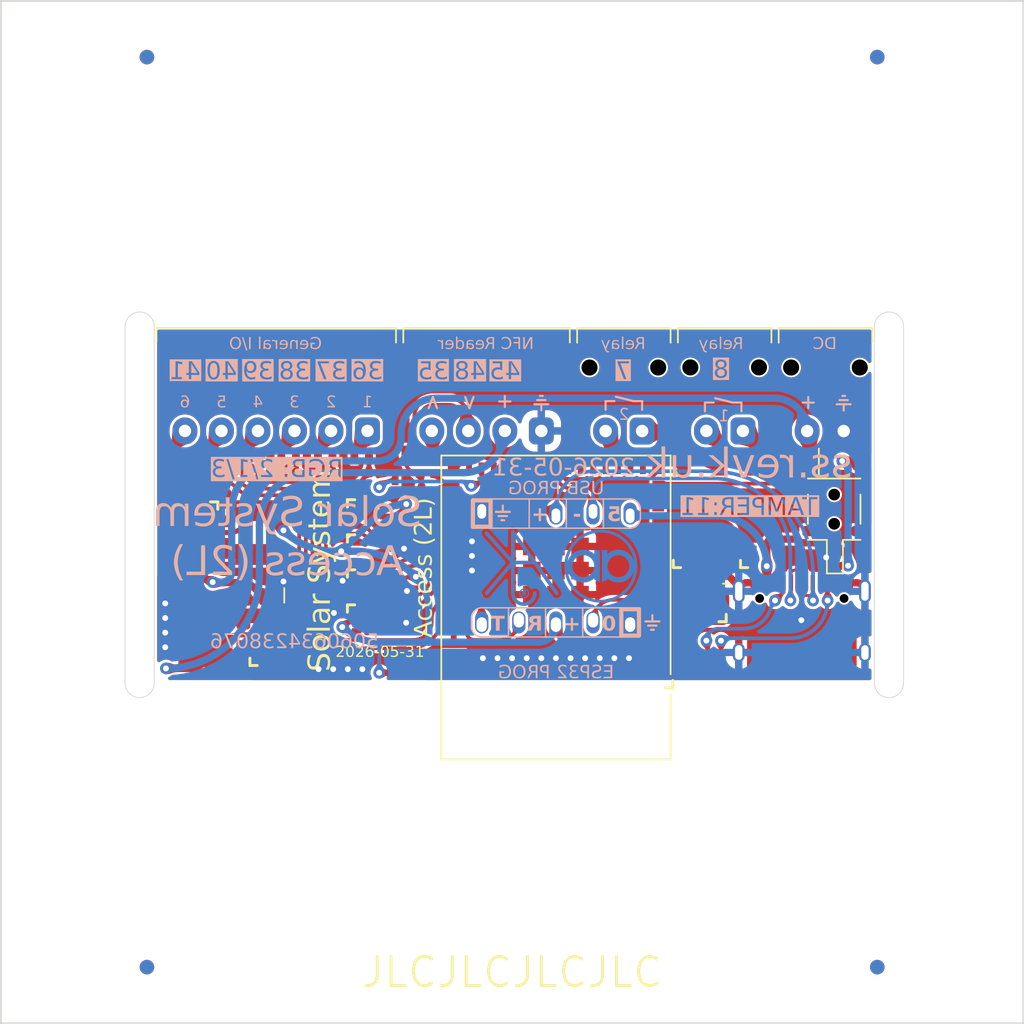
<source format=kicad_pcb>
(kicad_pcb (version 20221018) (generator pcbnew)
  (title_block (title "Access Control") (rev "3") (company "Adrian Kennard Andrews & Arnold Ltd") (comment 1 "toot.me.uk/@RevK") (comment 2 "www.me.uk"))
  (layers (0 "F.Cu" signal) (31 "B.Cu" signal) (34 "B.Paste" user) (35 "F.Paste" user) (36 "B.SilkS" user "B.Silkscreen") (37 "F.SilkS" user "F.Silkscreen") (38 "B.Mask" user) (39 "F.Mask" user) (44 "Edge.Cuts" user))
  (net 0 "")
  (net 1 "+3.3V")
  (net 2 "VBUS")
  (net 3 "GND")
  (net 4 "RFTX")
  (net 5 "RFRX")
  (net 6 "+5V")
  (net 7 "D-")
  (net 8 "D+")
  (net 9 "Net-(Q2-G)")
  (net 10 "SHDN")
  (net 11 "Net-(D6-RK)")
  (net 12 "IO1")
  (net 13 "IO2")
  (net 14 "+12V")
  (net 15 "Net-(D6-GK)")
  (net 16 "Net-(D6-BK)")
  (net 17 "Net-(J1-CC1)")
  (net 19 "Net-(J1-CC2)")
  (net 20 "TAMPER")
  (net 21 "IO3")
  (net 22 "IO4")
  (net 23 "IO5")
  (net 25 "Net-(J2-Pin_3)")
  (net 26 "Net-(J2-Pin_4)")
  (net 27 "Net-(J3-Pin_1)")
  (net 28 "Net-(J3-Pin_2)")
  (net 29 "Net-(J3-Pin_3)")
  (net 30 "Net-(J3-Pin_4)")
  (net 31 "Net-(J3-Pin_5)")
  (net 32 "Net-(J3-Pin_6)")
  (net 33 "Net-(J6-Pin_2)")
  (net 34 "Net-(J7-Pin_2)")
  (net 35 "R")
  (net 36 "G")
  (net 37 "B")
  (net 38 "Net-(U10-EN)")
  (net 39 "Net-(J8-0)")
  (net 40 "Net-(J8-Rx)")
  (net 41 "Net-(R16-Pad1)")
  (net 42 "Net-(J8-Tx)")
  (net 46 "IO6")
  (net 47 "RELAY2")
  (net 48 "Net-(R25-Pad1)")
  (net 49 "RELAY1")
  (net 71 "Net-(J6-Pin_1)")
  (net 72 "Net-(J7-Pin_1)")
  (footprint "RevK:PTSM-HH1-2-RA-W" (layer "F.Cu") (at 121.45 94.45 180)
    (fp_text reference "J5" hide)
    (fp_text value "POWER")
  )
  (footprint "RevK:PTSM-HH1-2-RA" (layer "F.Cu") (at 107.65 94.45 180)
    (fp_text reference "J6" hide)
    (fp_text value "DOOR2")
  )
  (footprint "RevK:PTSM-HH-4-RA" (layer "F.Cu") (at 98.25 94.4425 180)
    (fp_text reference "J2" hide)
    (fp_text value "RFID" hide)
  )
  (footprint "RevK:PTSM-HH-6-RA" (layer "F.Cu") (at 83.85 94.4425 180)
    (fp_text reference "J3" hide)
    (fp_text value "INPUTS" hide)
  )
  (footprint "RevK:R_0402" (layer "F.Cu") (at 112.8 103.2 90)
    (fp_text reference "R16" hide)
    (fp_text value "1K" hide)
  )
  (footprint "RevK:ESE13" (layer "F.Cu") (at 122.05 99.8 -90)
    (fp_text reference "SW1" hide)
    (fp_text value "ESE13V01D")
  )
  (footprint "RevK:VCUT70" (layer "F.Cu") (at 100 111.7 180)
    (fp_text reference "V2" hide)
    (fp_text value "~" hide)
  )
  (footprint "RevK:R_0402" (layer "F.Cu") (at 84.7 96.3)
    (fp_text reference "R10" hide)
    (fp_text value "100R" hide)
  )
  (footprint "RevK:C_0402" (layer "F.Cu") (at 89.7 97.3 180)
    (fp_text reference "C3" hide)
    (fp_text value "33pF" hide)
  )
  (footprint "RevK:R_0402" (layer "F.Cu") (at 115.3 103.2 90)
    (fp_text reference "R25" hide)
    (fp_text value "1K" hide)
  )
  (footprint "RevK:C_0603_" (layer "F.Cu") (at 79.6 98.9 180)
    (fp_text reference "C22" hide)
    (fp_text value "10uF 6.3V")
  )
  (footprint "RevK:R_0402" (layer "F.Cu") (at 92.2 111)
    (fp_text reference "R26" hide)
    (fp_text value "10K" hide)
  )
  (footprint "RevK:C_0402" (layer "F.Cu") (at 84.7 97.3 180)
    (fp_text reference "C5" hide)
    (fp_text value "33pF" hide)
  )
  (footprint "RevK:L_4x4_" (layer "F.Cu") (at 82.9 101.4 90)
    (fp_text reference "L4" hide)
    (fp_text value "10uH")
  )
  (footprint "RevK:C_0402" (layer "F.Cu") (at 76.8 104.9 180)
    (fp_text reference "C17" hide)
    (fp_text value "10uF" hide)
  )
  (footprint "RevK:USC16-TR" (layer "F.Cu") (at 119.835 107.3)
    (fp_text reference "J1" hide)
    (fp_text value "USB-C")
  )
  (footprint "RevK:C_0402" (layer "F.Cu") (at 79.7 97.3 180)
    (fp_text reference "C7" hide)
    (fp_text value "33pF" hide)
  )
  (footprint "RevK:R_0402_" (layer "F.Cu") (at 85.5 110.2 -90)
    (fp_text reference "R2" hide)
    (fp_text value "23k2" hide)
  )
  (footprint "RevK:SOT-23-6-MD8942" (layer "F.Cu") (at 83.6 108.4 -90)
    (fp_text reference "U1" hide)
    (fp_text value "MD8942")
  )
  (footprint "RevK:R_0402" (layer "F.Cu") (at 89.7 96.3)
    (fp_text reference "R8" hide)
    (fp_text value "100R" hide)
  )
  (footprint "RevK:SOT-363_SC-70-6" (layer "F.Cu") (at 90.3 100.3)
    (fp_text reference "D1" hide)
    (fp_text value "BAV99S")
  )
  (footprint "RevK:SOT-363_SC-70-6" (layer "F.Cu") (at 90.3 107.5)
    (fp_text reference "D4" hide)
    (fp_text value "BAV99S")
  )
  (footprint "RevK:C_0603_" (layer "F.Cu") (at 82.3 110.9)
    (fp_text reference "C15" hide)
    (fp_text value "10uF 6.3V")
  )
  (footprint "RevK:C_0402" (layer "F.Cu") (at 112.3325 109 -90)
    (fp_text reference "C19" hide)
    (fp_text value "22uF" hide)
  )
  (footprint "RevK:C_0603_" (layer "F.Cu") (at 81.6 108.4 -90)
    (fp_text reference "C16" hide)
    (fp_text value "100nF")
  )
  (footprint "RevK:R_0402" (layer "F.Cu") (at 111.6825 106.9 180)
    (fp_text reference "R20" hide)
    (fp_text value "2K" hide)
  )
  (footprint "RevK:C_0603_" (layer "F.Cu") (at 79.8 103.9 180)
    (fp_text reference "C21" hide)
    (fp_text value "10uF 50V")
  )
  (footprint "RevK:SOT-323_SC-70" (layer "F.Cu") (at 92 96.8 90)
    (fp_text reference "Q2" hide)
    (fp_text value "PMF250XNEX" hide)
  )
  (footprint "RevK:PTSM-HH1-2-RA" (layer "F.Cu") (at 114.55 94.4425 180)
    (fp_text reference "J7" hide)
    (fp_text value "DOOR1")
  )
  (footprint "RevK:R_0402_" (layer "F.Cu") (at 76.4 99.6 90)
    (fp_text reference "R15" hide)
    (fp_text value "39k2" hide)
  )
  (footprint "RevK:R_0402" (layer "F.Cu") (at 87.2 96.3)
    (fp_text reference "R9" hide)
    (fp_text value "100R" hide)
  )
  (footprint "RevK:R_0402_" (layer "F.Cu") (at 76.4 103.2 90)
    (fp_text reference "R27" hide)
    (fp_text value "1M" hide)
  )
  (footprint "RevK:R_0402" (layer "F.Cu") (at 111.6825 105.1 180)
    (fp_text reference "R21" hide)
    (fp_text value "220R" hide)
  )
  (footprint "RevK:C_0402" (layer "F.Cu") (at 93.3 98.4)
    (fp_text reference "C2" hide)
    (fp_text value "33pF" hide)
  )
  (footprint "RevK:C_0603_" (layer "F.Cu") (at 80.3 101.4 90)
    (fp_text reference "C23" hide)
    (fp_text value "100nF")
  )
  (footprint "RevK:R_0402" (layer "F.Cu") (at 114.3 110.4 90)
    (fp_text reference "R5" hide)
    (fp_text value "5K1" hide)
  )
  (footprint "RevK:R_0402" (layer "F.Cu") (at 79.7 96.3)
    (fp_text reference "R12" hide)
    (fp_text value "100R" hide)
  )
  (footprint "RevK:R_0402_" (layer "F.Cu") (at 85.5 108.4 -90)
    (fp_text reference "R1" hide)
    (fp_text value "124k" hide)
  )
  (footprint "RevK:SOT-363_SC-70-6" (layer "F.Cu") (at 90.3 105.1)
    (fp_text reference "D3" hide)
    (fp_text value "BAV99S")
  )
  (footprint "RevK:C_0402" (layer "F.Cu") (at 94 111)
    (fp_text reference "C20" hide)
    (fp_text value "1uF" hide)
  )
  (footprint "RevK:PCB7070" (layer "F.Cu") (at 100 100)
    (fp_text reference "PCB1" hide)
    (fp_text value "70x70" hide)
    (fp_line (start -35 -35) (end 35 -35) (stroke (width 0.12)) (layer "Edge.Cuts"))
    (fp_line (start -35 35) (end -35 -35) (stroke (width 0.12)) (layer "Edge.Cuts"))
    (fp_line (start 35 -35) (end 35 35) (stroke (width 0.12)) (layer "Edge.Cuts"))
    (fp_line (start 35 35) (end -35 35) (stroke (width 0.12)) (layer "Edge.Cuts"))
  )
  (footprint "RevK:R_0402" (layer "F.Cu") (at 113.4 110.4 -90)
    (fp_text reference "R4" hide)
    (fp_text value "5K1" hide)
  )
  (footprint "RevK:C_0402" (layer "F.Cu") (at 77.2 97.3 180)
    (fp_text reference "C8" hide)
    (fp_text value "33pF" hide)
  )
  (footprint "RevK:R_0402" (layer "F.Cu") (at 93.7 96.9 -90)
    (fp_text reference "R6" hide)
    (fp_text value "100R" hide)
  )
  (footprint "RevK:Special-SOP-4-3.7x4.55" (layer "F.Cu") (at 113.005 99.9)
    (fp_text reference "U3" hide)
    (fp_text value "G3VM-41GR8")
  )
  (footprint "RevK:D_SOD-123" (layer "F.Cu") (at 122.1 96.55)
    (fp_text reference "D5" hide)
    (fp_text value "D")
  )
  (footprint "RevK:R_0402" (layer "F.Cu") (at 111.6825 106 180)
    (fp_text reference "R3" hide)
    (fp_text value "680R" hide)
  )
  (footprint "RevK:SOT-23-6-MD8942" (layer "F.Cu") (at 78.3 101.4 90)
    (fp_text reference "U2" hide)
    (fp_text value "MD8942")
  )
  (footprint "RevK:C_0402" (layer "F.Cu") (at 82.2 97.3 180)
    (fp_text reference "C6" hide)
    (fp_text value "33pF" hide)
  )
  (footprint "RevK:R_0402" (layer "F.Cu") (at 94.7 96.9 -90)
    (fp_text reference "R7" hide)
    (fp_text value "100R" hide)
  )
  (footprint "RevK:ESP32-S3-MINI-1" (layer "F.Cu") (at 103 104 180)
    (fp_text reference "U10" hide)
    (fp_text value "ESP32-S3-MINI-1" hide)
  )
  (footprint "RevK:R_0402" (layer "F.Cu") (at 82.2 96.3)
    (fp_text reference "R11" hide)
    (fp_text value "100R" hide)
  )
  (footprint "RevK:Special-SOP-4-3.7x4.55" (layer "F.Cu") (at 117.605 99.9)
    (fp_text reference "U8" hide)
    (fp_text value "G3VM-41GR8")
  )
  (footprint "RevK:SOT-363_SC-70-6" (layer "F.Cu") (at 90.3 102.7)
    (fp_text reference "D2" hide)
    (fp_text value "BAV99S")
  )
  (footprint "RevK:VCUT70" (layer "F.Cu") (at 100 87.3)
    (fp_text reference "V1" hide)
    (fp_text value "~" hide)
  )
  (footprint "RevK:LED-RGB-1.6x1.6" (layer "F.Cu") (at 113.6325 106 90)
    (fp_text reference "D6" hide)
    (fp_text value "RGB")
  )
  (footprint "RevK:L_4x4_" (layer "F.Cu") (at 79 108.4 -90)
    (fp_text reference "L3" hide)
    (fp_text value "10uH")
  )
  (footprint "RevK:C_0603_" (layer "F.Cu") (at 82.3 105.9)
    (fp_text reference "C1" hide)
    (fp_text value "10uF 50V")
  )
  (footprint "RevK:R_0402" (layer "F.Cu") (at 77.2 96.3)
    (fp_text reference "R13" hide)
    (fp_text value "100R" hide)
  )
  (footprint "RevK:C_0402" (layer "F.Cu") (at 111.3325 109 -90)
    (fp_text reference "C18" hide)
    (fp_text value "100nF" hide)
  )
  (footprint "RevK:C_0402" (layer "F.Cu") (at 87.2 97.3 180)
    (fp_text reference "C4" hide)
    (fp_text value "33pF" hide)
  )
  (footprint "RevK:R_0402_" (layer "F.Cu") (at 76.4 101.4 90)
    (fp_text reference "R14" hide)
    (fp_text value "124k" hide)
  )
  (footprint "RevK:AJK" (layer "B.Cu") (at 100.05 103.45 180)
    (fp_text reference "Logo1" hide)
    (fp_text value "AJK" hide)
  )
  (footprint "RevK:USB-PROG" (layer "B.Cu") (at 103 100.1 180)
    (fp_text reference "J4" hide)
    (fp_text value "USB-PROG" hide)
  )
  (footprint "RevK:Shelly" (layer "B.Cu") (at 103 107.55)
    (fp_text reference "J8" hide)
    (fp_text value "Shelly" hide)
  )
  (footprint "RevK:AA" (layer "B.Cu") (at 106.075 103.7 180)
    (fp_text reference "U9" hide)
    (fp_text value "AA" hide)
  )
  (gr_line (start 108.3 92.4) (end 107.1 92.1) (stroke (width 0.15)) (layer "B.SilkS"))
  (gr_line (start 115.1 92.5) (end 113.9 92.2) (stroke (width 0.15)) (layer "B.SilkS"))
  (gr_line (start 113.2 92.5) (end 113.2 93.1) (stroke (width 0.15)) (layer "B.SilkS"))
  (gr_line (start 108.9 93) (end 108.9 92.4) (stroke (width 0.15)) (layer "B.SilkS"))
  (gr_line (start 106.4 92.4) (end 106.4 93) (stroke (width 0.15)) (layer "B.SilkS"))
  (gr_line (start 113.2 92.5) (end 113.8 92.5) (stroke (width 0.15)) (layer "B.SilkS"))
  (gr_line (start 108.3 92.4) (end 108.9 92.4) (stroke (width 0.15)) (layer "B.SilkS"))
  (gr_line (start 115.1 92.5) (end 115.7 92.5) (stroke (width 0.15)) (layer "B.SilkS"))
  (gr_line (start 106.4 92.4) (end 107 92.4) (stroke (width 0.15)) (layer "B.SilkS"))
  (gr_line (start 115.7 93.1) (end 115.7 92.5) (stroke (width 0.15)) (layer "B.SilkS"))
  (gr_line (start 84.4 105.2) (end 84.4 106.2) (stroke (width 0.12)) (layer "F.SilkS"))
  (gr_line (start 75.5 87.3) (end 75.5 111.7) (stroke (width 0.05)) (layer "Edge.Cuts"))
  (gr_line (start 126.8 87.3) (end 126.8 111.7) (stroke (width 0.05)) (layer "Edge.Cuts"))
  (gr_arc (start 73.5 87.3) (mid 74.5 86.3) (end 75.5 87.3) (stroke (width 0.05)) (layer "Edge.Cuts"))
  (gr_arc (start 75.5 111.7) (mid 74.5 112.7) (end 73.5 111.7) (stroke (width 0.05)) (layer "Edge.Cuts"))
  (gr_arc (start 126.8 111.7) (mid 125.8 112.7) (end 124.8 111.7) (stroke (width 0.05)) (layer "Edge.Cuts"))
  (gr_arc (start 124.8 87.3) (mid 125.8 86.3) (end 126.8 87.3) (stroke (width 0.05)) (layer "Edge.Cuts"))
  (gr_line (start 73.5 87.3) (end 73.5 111.7) (stroke (width 0.05)) (layer "Edge.Cuts"))
  (gr_line (start 124.8 87.3) (end 124.8 111.7) (stroke (width 0.05)) (layer "Edge.Cuts"))
  (gr_text "⏚" (at 102 92.5 180) (layer "B.SilkS") (effects (font (size 1 1)) (justify mirror)))
  (gr_text "⏚" (at 122.7 92.5 180) (layer "B.SilkS") (effects (font (size 1 1)) (justify mirror)))
  (gr_text "+" (at 120.2 92.5 90) (layer "B.SilkS") (effects (font (size 1 1)) (justify mirror)))
  (gr_text ">" (at 97 92.5 90) (layer "B.SilkS") (effects (font (size 1 1)) (justify mirror)))
  (gr_text "+" (at 99.5 92.5 180) (layer "B.SilkS") (effects (font (size 1 1)) (justify mirror)))
  (gr_text "<" (at 94.5 92.5 90) (layer "B.SilkS") (effects (font (size 1 1)) (justify mirror)))
  (gr_text "NFC Reader" (at 98.2 88.5) (layer "B.SilkS") (effects (font (size 0.8 0.8) (thickness 0.1)) (justify mirror)))
  (gr_text "Relay" (at 114.3 88.5) (layer "B.SilkS") (effects (font (size 0.8 0.8) (thickness 0.1)) (justify mirror)))
  (gr_text "38" (at 85.1 90.4) (layer "B.SilkS" knockout) (effects (font (size 1.2 1.2) (thickness 0.1)) (justify mirror)))
  (gr_text "48" (at 97.1 90.4) (layer "B.SilkS" knockout) (effects (font (size 1.2 1.2) (thickness 0.1)) (justify mirror)))
  (gr_text "TAMPER:11" (at 116.2 99.7) (layer "B.SilkS" knockout) (effects (font (size 1.2 1.2) (thickness 0.1)) (justify mirror)))
  (gr_text "5" (at 80.1 92.5) (layer "B.SilkS") (effects (font (size 0.8 0.8) (thickness 0.1)) (justify mirror)))
  (gr_text "Relay" (at 107.6 88.5) (layer "B.SilkS") (effects (font (size 0.8 0.8) (thickness 0.1)) (justify mirror)))
  (gr_text "Solar System\nAccess (2L)" (at 84.6 101.8) (layer "B.SilkS") (effects (font (size 2 2)) (justify mirror)))
  (gr_text "DC" (at 121.4 88.5) (layer "B.SilkS") (effects (font (size 0.8 0.8) (thickness 0.1)) (justify mirror)))
  (gr_text "7" (at 107.6 90.4) (layer "B.SilkS" knockout) (effects (font (size 1.2 1.2) (thickness 0.1)) (justify mirror)))
  (gr_text "6" (at 77.6 92.5) (layer "B.SilkS") (effects (font (size 0.8 0.8) (thickness 0.1)) (justify mirror)))
  (gr_text "4" (at 82.6 92.5) (layer "B.SilkS") (effects (font (size 0.8 0.8) (thickness 0.1)) (justify mirror)))
  (gr_text "1" (at 114.5 93.45) (layer "B.SilkS") (effects (font (size 0.8 0.8) (thickness 0.1)) (justify mirror)))
  (gr_text "8" (at 114.3 90.3) (layer "B.SilkS" knockout) (effects (font (size 1.2 1.2) (thickness 0.1)) (justify mirror)))
  (gr_text "3" (at 85.1 92.5) (layer "B.SilkS") (effects (font (size 0.8 0.8) (thickness 0.1)) (justify mirror)))
  (gr_text "2" (at 107.65 93.35) (layer "B.SilkS") (effects (font (size 0.8 0.8) (thickness 0.1)) (justify mirror)))
  (gr_text "ss.revk.uk" (at 116.2 96.8) (layer "B.SilkS") (effects (font (size 2 2)) (justify mirror)))
  (gr_text "39" (at 82.6 90.4) (layer "B.SilkS" knockout) (effects (font (size 1.2 1.2) (thickness 0.1)) (justify mirror)))
  (gr_text "36" (at 90.1 90.4) (layer "B.SilkS" knockout) (effects (font (size 1.2 1.2) (thickness 0.1)) (justify mirror)))
  (gr_text "37" (at 87.6 90.4) (layer "B.SilkS" knockout) (effects (font (size 1.2 1.2) (thickness 0.1)) (justify mirror)))
  (gr_text "45" (at 99.5 90.4) (layer "B.SilkS" knockout) (effects (font (size 1.2 1.2) (thickness 0.1)) (justify mirror)))
  (gr_text "General I/O" (at 83.8 88.5) (layer "B.SilkS") (effects (font (size 0.8 0.8) (thickness 0.1)) (justify mirror)))
  (gr_text "1" (at 90.1 92.5) (layer "B.SilkS") (effects (font (size 0.8 0.8) (thickness 0.1)) (justify mirror)))
  (gr_text "40" (at 80.1 90.4) (layer "B.SilkS" knockout) (effects (font (size 1.2 1.2) (thickness 0.1)) (justify mirror)))
  (gr_text "${CURRENT_DATE}" (at 108.4 97.7) (layer "B.SilkS") (effects (font (size 1.2 1.2)) (justify left bottom mirror)))
  (gr_text "5060634238076" (at 85.1 108.9) (layer "B.SilkS") (effects (font (size 1 1)) (justify mirror)))
  (gr_text "35" (at 94.6 90.4) (layer "B.SilkS" knockout) (effects (font (size 1.2 1.2) (thickness 0.1)) (justify mirror)))
  (gr_text "RGB: 2/1/3" (at 83.9 97.1) (layer "B.SilkS" knockout) (effects (font (size 1.2 1.2) (thickness 0.1)) (justify mirror)))
  (gr_text "2" (at 87.6 92.5) (layer "B.SilkS") (effects (font (size 0.8 0.8) (thickness 0.1)) (justify mirror)))
  (gr_text "41" (at 77.6 90.4) (layer "B.SilkS" knockout) (effects (font (size 1.2 1.2) (thickness 0.1)) (justify mirror)))
  (gr_text "${CURRENT_DATE}" (at 87.9 109.6) (layer "F.SilkS") (effects (font (size 0.75 0.75)) (justify left)))
  (gr_text "Access (2L)" (at 94 103.8 90) (layer "F.SilkS") (effects (font (size 1.2 1.2))))
  (gr_text "Solar System" (at 86.9 104 90) (layer "F.SilkS") (effects (font (size 1.5 1.5))))
  (segment (start 89.35 105.1) (end 91.25 105.1) (width 0.25) (layer "F.Cu") (net 1))
  (segment (start 89.35 102.7) (end 88.324861 102.7) (width 0.25) (layer "F.Cu") (net 1))
  (segment (start 91.25 105.1) (end 91.617158 105.1) (width 0.25) (layer "F.Cu") (net 1))
  (segment (start 109.35 108.25) (end 110 108.25) (width 0.5) (layer "F.Cu") (net 1))
  (segment (start 89.35 102.7) (end 91.25 102.7) (width 0.25) (layer "F.Cu") (net 1))
  (segment (start 89.35 107.5) (end 91.25 107.5) (width 0.25) (layer "F.Cu") (net 1))
  (segment (start 112.3325 108.5) (end 112.3325 108.2) (width 0.25) (layer "F.Cu") (net 1))
  (segment (start 91.7 111) (end 90.9 111) (width 0.25) (layer "F.Cu") (net 1))
  (segment (start 92.42788 99.86846) (end 92.751504 99.544836) (width 0.25) (layer "F.Cu") (net 1))
  (segment (start 112.9325 107.6) (end 114.4325 107.6) (width 0.25) (layer "F.Cu") (net 1))
  (segment (start 111.3325 108.5) (end 112.3325 108.5) (width 0.25) (layer "F.Cu") (net 1))
  (segment (start 104.2 108.9) (end 108.7 108.9) (width 0.5) (layer "F.Cu") (net 1))
  (segment (start 92.751504 99.544836) (end 92.751504 99.451505) (width 0.25) (layer "F.Cu") (net 1))
  (segment (start 89.35 107.5) (end 88.736206 107.5) (width 0.25) (layer "F.Cu") (net 1))
  (segment (start 89.35 107.5) (end 89.117651 107.5) (width 0.25) (layer "F.Cu") (net 1))
  (segment (start 114.7325 107.3) (end 114.7325 105.85) (width 0.25) (layer "F.Cu") (net 1))
  (segment (start 92.1 104.9) (end 92.2 104.8) (width 0.25) (layer "F.Cu") (net 1))
  (segment (start 111.15 108.25) (end 110 108.25) (width 0.25) (layer "F.Cu") (net 1))
  (segment (start 84.18154 101.181541) (end 82.9 99.9) (width 0.5) (layer "F.Cu") (net 1))
  (segment (start 89.35 102.7) (end 88.524264 102.7) (width 0.25) (layer "F.Cu") (net 1))
  (segment (start 93.407687 104.42416) (end 93.107358 104.42416) (width 0.25) (layer "F.Cu") (net 1))
  (via (at 92.751504 99.451505) (size 0.8) (drill 0.4) (layers "F.Cu" "B.Cu") (net 1))
  (via (at 90.9 111) (size 0.8) (drill 0.4) (layers "F.Cu" "B.Cu") (net 1))
  (via (at 84.346816 101.25) (size 0.8) (drill 0.4) (layers "F.Cu" "B.Cu") (net 1))
  (via (at 93.407687 104.42416) (size 0.8) (drill 0.4) (layers "F.Cu" "B.Cu") (net 1))
  (via (at 88.368103 107.868103) (size 0.8) (drill 0.4) (layers "F.Cu" "B.Cu") (net 1))
  (via (at 88.3 102.675139) (size 0.8) (drill 0.4) (layers "F.Cu" "B.Cu") (net 1))
  (arc (start 91.617158 105.1) (mid 91.87847 105.048022) (end 92.1 104.9) (width 0.25) (layer "F.Cu") (net 1))
  (arc (start 84.346816 101.25) (mid 84.257369 101.232208) (end 84.18154 101.181541) (width 0.5) (layer "F.Cu") (net 1))
  (arc (start 109.1 108.5) (mid 109.173223 108.323223) (end 109.35 108.25) (width 0.5) (layer "F.Cu") (net 1))
  (arc (start 91.25 100.3) (mid 91.876702 100.188088) (end 92.42788 99.86846) (width 0.25) (layer "F.Cu") (net 1))
  (arc (start 114.4325 107.6) (mid 114.644632 107.512132) (end 114.7325 107.3) (width 0.25) (layer "F.Cu") (net 1))
  (arc (start 103 107.7) (mid 103.351472 108.548528) (end 104.2 108.9) (width 0.5) (layer "F.Cu") (net 1))
  (arc (start 108.7 108.9) (mid 108.982843 108.782843) (end 109.1 108.5) (width 0.5) (layer "F.Cu") (net 1))
  (arc (start 114.7325 105.85) (mid 114.542119 105.390381) (end 114.0825 105.2) (width 0.25) (layer "F.Cu") (net 1))
  (arc (start 88.324861 102.7) (mid 88.307282 102.692718) (end 88.3 102.675139) (width 0.25) (layer "F.Cu") (net 1))
  (arc (start 88.736206 107.5) (mid 88.475918 107.607815) (end 88.368103 107.868103) (width 0.25) (layer "F.Cu") (net 1))
  (arc (start 93.107358 104.42416) (mid 92.616299 104.521837) (end 92.2 104.8) (width 0.25) (layer "F.Cu") (net 1))
  (arc (start 111.3325 108.5) (mid 111.259277 108.323223) (end 111.0825 108.25) (width 0.25) (layer "F.Cu") (net 1))
  (arc (start 88.151967 107.9) (mid 88.438227 107.84306) (end 88.680906 107.680906) (width 0.25) (layer "F.Cu") (net 1))
  (arc (start 89.117651 107.5) (mid 88.881287 107.547015) (end 88.680906 107.680906) (width 0.25) (layer "F.Cu") (net 1))
  (arc (start 112.3325 108.2) (mid 112.508236 107.775736) (end 112.9325 107.6) (width 0.25) (layer "F.Cu") (net 1))
  (segment (start 88.3 102.675139) (end 89.185177 102.675139) (width 0.5) (layer "B.Cu") (net 1))
  (segment (start 88.368103 107.868103) (end 88.293638 107.942568) (width 0.5) (layer "B.Cu") (net 1))
  (segment (start 90.9 111) (end 90.9 108.940678) (width 0.25) (layer "B.Cu") (net 1))
  (segment (start 90.859322 108.9) (end 94.3 108.9) (width 0.5) (layer "B.Cu") (net 1))
  (segment (start 87.787405 102.675139) (end 88.3 102.675139) (width 0.5) (layer "B.Cu") (net 1))
  (segment (start 90.655399 100.31974) (end 88.3 102.675139) (width 0.5) (layer "B.Cu") (net 1))
  (segment (start 94.3 106.578394) (end 94.3 108.9) (width 0.5) (layer "B.Cu") (net 1))
  (segment (start 101.8 108.9) (end 94.3 108.9) (width 0.5) (layer "B.Cu") (net 1))
  (arc (start 103 107.7) (mid 102.648528 108.548528) (end 101.8 108.9) (width 0.5) (layer "B.Cu") (net 1))
  (arc (start 84.346816 101.25) (mid 85.925371 102.304757) (end 87.787405 102.675139) (width 0.5) (layer "B.Cu") (net 1))
  (arc (start 89.185177 102.675139) (mid 91.470382 103.129695) (end 93.407687 104.42416) (width 0.5) (layer "B.Cu") (net 1))
  (arc (start 92.751504 99.451505) (mid 91.6171 99.677152) (end 90.655399 100.31974) (width 0.5) (layer "B.Cu") (net 1))
  (arc (start 90.9 108.940678) (mid 90.888086 108.911914) (end 90.859322 108.9) (width 0.25) (layer "B.Cu") (net 1))
  (arc (start 93.407687 104.42416) (mid 94.068095 105.412531) (end 94.3 106.578394) (width 0.5) (layer "B.Cu") (net 1))
  (arc (start 90.859322 108.9) (mid 89.511084 108.631818) (end 88.368103 107.868103) (width 0.5) (layer "B.Cu") (net 1))
  (segment (start 119.782428 102.1) (end 121.429502 102.1) (width 0.5) (layer "F.Cu") (net 2))
  (segment (start 123 103.670498) (end 122.6 103.670498) (width 0.5) (layer "F.Cu") (net 2))
  (segment (start 117.82 101.85) (end 119.532428 101.85) (width 0.5) (layer "F.Cu") (net 2))
  (segment (start 122.6 96.5) (end 123.62929 96.5) (width 0.5) (layer "F.Cu") (net 2))
  (segment (start 117.435 104.84) (end 117.435 103.7) (width 0.5) (layer "F.Cu") (net 2))
  (segment (start 119.532428 101.85) (end 119.782428 102.1) (width 0.5) (layer "F.Cu") (net 2))
  (segment (start 122.235 104.84) (end 122.235 104.035498) (width 0.5) (layer "F.Cu") (net 2))
  (segment (start 117.435 103.7) (end 117.435 102.235) (width 0.5) (layer "F.Cu") (net 2))
  (via (at 123 103.670498) (size 0.8) (drill 0.4) (layers "F.Cu" "B.Cu") (net 2))
  (via (at 117.435 103.7) (size 0.8) (drill 0.4) (layers "F.Cu" "B.Cu") (net 2))
  (via (at 122.6 96.5) (size 0.8) (drill 0.4) (layers "F.Cu" "B.Cu") (net 2))
  (arc (start 117.435 102.235) (mid 117.547764 101.962764) (end 117.82 101.85) (width 0.5) (layer "F.Cu") (net 2))
  (arc (start 121.429502 102.1) (mid 122.540012 102.559988) (end 123 103.670498) (width 0.5) (layer "F.Cu") (net 2))
  (arc (start 122.6 103.670498) (mid 122.341906 103.777404) (end 122.235 104.035498) (width 0.5) (layer "F.Cu") (net 2))
  (segment (start 108.08 100.25) (end 113.985 100.25) (width 0.5) (layer "B.Cu") (net 2))
  (segment (start 123 103.670498) (end 123 96.9) (width 0.5) (layer "B.Cu") (net 2))
  (arc (start 113.985 100.25) (mid 116.424518 101.260482) (end 117.435 103.7) (width 0.5) (layer "B.Cu") (net 2))
  (arc (start 123 96.9) (mid 122.882843 96.617157) (end 122.6 96.5) (width 0.5) (layer "B.Cu") (net 2))
  (segment (start 89.35 102.05) (end 88.771967 102.05) (width 0.25) (layer "F.Cu") (net 3))
  (segment (start 88.544302 101.955698) (end 88.434836 101.846232) (width 0.25) (layer "F.Cu") (net 3))
  (segment (start 91.25 108.15) (end 92.170198 108.15) (width 0.25) (layer "F.Cu") (net 3))
  (segment (start 89.35 104.45) (end 88.95646 104.45) (width 0.25) (layer "F.Cu") (net 3))
  (segment (start 114.275 103.32544) (end 114.275 102.9) (width 0.5) (layer "F.Cu") (net 3))
  (segment (start 87.8 106.9) (end 88.166648 106.951726) (width 0.25) (layer "F.Cu") (net 3))
  (segment (start 88.95646 104.45) (end 88.393348 105.013112) (width 0.25) (layer "F.Cu") (net 3))
  (segment (start 89.2 97.3) (end 88.992463 97.507537) (width 0.25) (layer "F.Cu") (net 3))
  (segment (start 92.45 105.75) (end 92.8 105.4) (width 0.25) (layer "F.Cu") (net 3))
  (segment (start 91.25 105.75) (end 92.45 105.75) (width 0.25) (layer "F.Cu") (net 3))
  (segment (start 115.262078 104.809392) (end 114.626343 104.173657) (width 0.5) (layer "F.Cu") (net 3))
  (segment (start 88.25 101.4) (end 88.25 99.3) (width 0.25) (layer "F.Cu") (net 3))
  (segment (start 123.035 104.84) (end 123.575 104.84) (width 0.5) (layer "F.Cu") (net 3))
  (segment (start 89.35 106.85) (end 88.268374 106.85) (width 0.25) (layer "F.Cu") (net 3))
  (segment (start 116.635 104.84) (end 116.095 104.84) (width 0.5) (layer "F.Cu") (net 3))
  (segment (start 88.268374 106.85) (end 87.8 106.9) (width 0.25) (layer "F.Cu") (net 3))
  (via (at 84.346816 104.75) (size 0.8) (drill 0.4) (layers "F.Cu" "B.Cu") (net 3))
  (via (at 92.745198 107.575) (size 0.8) (drill 0.4) (layers "F.Cu" "B.Cu") (net 3))
  (via (at 102 110) (size 0.8) (drill 0.4) (layers "F.Cu" "B.Cu") (net 3))
  (via (at 99 110) (size 0.8) (drill 0.4) (layers "F.Cu" "B.Cu") (net 3))
  (via (at 108 110) (size 0.8) (drill 0.4) (layers "F.Cu" "B.Cu") (net 3))
  (via (at 107 110) (size 0.8) (drill 0.4) (layers "F.Cu" "B.Cu") (net 3))
  (via (at 119.8 107.4) (size 0.8) (drill 0.4) (layers "F.Cu" "B.Cu") (net 3))
  (via (at 121.5 103.1) (size 0.8) (drill 0.4) (layers "F.Cu" "B.Cu") (net 3))
  (via (at 88.75 110.75) (size 0.8) (drill 0.4) (layers "F.Cu" "B.Cu") (net 3))
  (via (at 92.6 102.5) (size 0.8) (drill 0.4) (layers "F.Cu" "B.Cu") (net 3))
  (via (at 97.25 104) (size 0.8) (drill 0.4) (layers "F.Cu" "B.Cu") (net 3))
  (via (at 87.8 106.9) (size 0.8) (drill 0.4) (layers "F.Cu" "B.Cu") (net 3))
  (via (at 88.393348 104.7) (size 0.8) (drill 0.4) (layers "F.Cu" "B.Cu") (net 3))
  (via (at 86.75 110.75) (size 0.8) (drill 0.4) (layers "F.Cu" "B.Cu") (net 3))
  (via (at 103 110) (size 0.8) (drill 0.4) (layers "F.Cu" "B.Cu") (net 3))
  (via (at 98 110) (size 0.8) (drill 0.4) (layers "F.Cu" "B.Cu") (net 3))
  (via (at 104 110) (size 0.8) (drill 0.4) (layers "F.Cu" "B.Cu") (net 3))
  (via (at 76.25 109.25) (size 0.8) (drill 0.4) (layers "F.Cu" "B.Cu") (net 3))
  (via (at 105 110) (size 0.8) (drill 0.4) (layers "F.Cu" "B.Cu") (net 3))
  (via (at 100 110) (size 0.8) (drill 0.4) (layers "F.Cu" "B.Cu") (net 3))
  (via (at 76.25 106.25) (size 0.8) (drill 0.4) (layers "F.Cu" "B.Cu") (net 3))
  (via (at 87.75 110.75) (size 0.8) (drill 0.4) (layers "F.Cu" "B.Cu") (net 3))
  (via (at 89.75 110.75) (size 0.8) (drill 0.4) (layers "F.Cu" "B.Cu") (net 3))
  (via (at 92.8 105.4) (size 0.8) (drill 0.4) (layers "F.Cu" "B.Cu") (net 3))
  (via (at 76.25 107.25) (size 0.8) (drill 0.4) (layers "F.Cu" "B.Cu") (net 3))
  (via (at 106 110) (size 0.8) (drill 0.4) (layers "F.Cu" "B.Cu") (net 3))
  (via (at 97.25 102) (size 0.8) (drill 0.4) (layers "F.Cu" "B.Cu") (net 3))
  (via (at 76.25 108.25) (size 0.8) (drill 0.4) (layers "F.Cu" "B.Cu") (net 3))
  (via (at 101 110) (size 0.8) (drill 0.4) (layers "F.Cu" "B.Cu") (net 3))
  (via (at 97.25 103) (size 0.8) (drill 0.4) (layers "F.Cu" "B.Cu") (net 3))
  (arc (start 123.575 104.84) (mid 123.985122 105.009878) (end 124.155 105.42) (width 0.5) (layer "F.Cu") (net 3))
  (arc (start 88.771967 102.05) (mid 88.648756 102.025492) (end 88.544302 101.955698) (width 0.25) (layer "F.Cu") (net 3))
  (arc (start 88.992463 97.507537) (mid 88.44296 98.329925) (end 88.25 99.3) (width 0.25) (layer "F.Cu") (net 3))
  (arc (start 92.170198 108.15) (mid 92.576784 107.981586) (end 92.745198 107.575) (width 0.25) (layer "F.Cu") (net 3))
  (arc (start 88.434836 101.846232) (mid 88.298037 101.641499) (end 88.25 101.4) (width 0.25) (layer "F.Cu") (net 3))
  (arc (start 114.626343 104.173657) (mid 114.366311 103.784492) (end 114.275 103.32544) (width 0.5) (layer "F.Cu") (net 3))
  (arc (start 116.095 104.84) (mid 115.684878 105.009878) (end 115.515 105.42) (width 0.5) (layer "F.Cu") (net 3))
  (arc (start 115.515 105.42) (mid 115.449268 105.089541) (end 115.262078 104.809392) (width 0.5) (layer "F.Cu") (net 3))
  (segment (start 91.914158 101.314158) (end 94.597296 98.631019) (width 0.25) (layer "F.Cu") (net 4))
  (segment (start 91.457862 101.503162) (end 90.747798 101.503162) (width 0.25) (layer "F.Cu") (net 4))
  (segment (start 89.35 100.95) (end 89.62448 100.95) (width 0.25) (layer "F.Cu") (net 4))
  (segment (start 90.2875 101.3125) (end 90.1375 101.1625) (width 0.25) (layer "F.Cu") (net 4))
  (segment (start 94.89038 97.590381) (end 94.7 97.4) (width 0.25) (layer "F.Cu") (net 4))
  (arc (start 90.747798 101.503162) (mid 90.498687 101.45361) (end 90.2875 101.3125) (width 0.25) (layer "F.Cu") (net 4))
  (arc (start 91.914158 101.314158) (mid 91.704808 101.454042) (end 91.457862 101.503162) (width 0.25) (layer "F.Cu") (net 4))
  (arc (start 96 98.05) (mid 95.240862 98.201002) (end 94.597296 98.631019) (width 0.25) (layer "F.Cu") (net 4))
  (arc (start 89.62448 100.95) (mid 89.902124 101.005226) (end 90.1375 101.1625) (width 0.25) (layer "F.Cu") (net 4))
  (arc (start 96 98.05) (mid 95.399478 97.930549) (end 94.89038 97.590381) (width 0.25) (layer "F.Cu") (net 4))
  (segment (start 97.9 97) (end 97.9 97.5) (width 0.25) (layer "F.Cu") (net 5))
  (segment (start 90.9 98.3) (end 90.975735 98.224265) (width 0.25) (layer "F.Cu") (net 5))
  (via (at 97.2 98.2) (size 0.8) (drill 0.4) (layers "F.Cu" "B.Cu") (net 5))
  (via (at 90.9 98.3) (size 0.8) (drill 0.4) (layers "F.Cu" "B.Cu") (net 5))
  (arc (start 90.975735 98.224265) (mid 91.445671 97.910263) (end 92 97.8) (width 0.25) (layer "F.Cu") (net 5))
  (arc (start 97.9 97.5) (mid 97.694975 97.994975) (end 97.2 98.2) (width 0.25) (layer "F.Cu") (net 5))
  (segment (start 91.865685 97.9) (end 96.475736 97.9) (width 0.25) (layer "B.Cu") (net 5))
  (arc (start 90.9 98.3) (mid 91.34306 98.003957) (end 91.865685 97.9) (width 0.25) (layer "B.Cu") (net 5))
  (arc (start 96.475736 97.9) (mid 96.867704 97.977967) (end 97.2 98.2) (width 0.25) (layer "B.Cu") (net 5))
  (segment (start 76.3 110.7) (end 78 110.7) (width 0.5) (layer "F.Cu") (net 6))
  (via (at 76.3 110.7) (size 0.8) (drill 0.4) (layers "F.Cu" "B.Cu") (net 6))
  (arc (start 78 110.7) (mid 78.707107 110.407107) (end 79 109.7) (width 0.5) (layer "F.Cu") (net 6))
  (segment (start 82.7 104.3) (end 82.7 100.9) (width 0.5) (layer "B.Cu") (net 6))
  (segment (start 86.3 97.3) (end 96.6425 97.3) (width 0.5) (layer "B.Cu") (net 6))
  (arc (start 96.6425 97.3) (mid 98.663058 96.463058) (end 99.5 94.4425) (width 0.5) (layer "B.Cu") (net 6))
  (arc (start 82.7 100.9) (mid 83.754416 98.354416) (end 86.3 97.3) (width 0.5) (layer "B.Cu") (net 6))
  (arc (start 76.3 110.7) (mid 80.825483 108.825483) (end 82.7 104.3) (width 0.5) (layer "B.Cu") (net 6))
  (segment (start 119.35467 103.97) (end 119.81533 103.97) (width 0.2) (layer "F.Cu") (net 7))
  (segment (start 120.085 104.84) (end 120.085 104.23967) (width 0.2) (layer "F.Cu") (net 7))
  (segment (start 119.085 104.84) (end 119.085 104.23967) (width 0.2) (layer "F.Cu") (net 7))
  (segment (start 119.085 104.84) (end 119.085 106.015) (width 0.2) (layer "F.Cu") (net 7))
  (segment (start 103 97) (end 103 97.3) (width 0.25) (layer "F.Cu") (net 7))
  (via (at 119.05 106.05) (size 0.8) (drill 0.4) (layers "F.Cu" "B.Cu") (net 7))
  (arc (start 119.085 104.23967) (mid 119.163985 104.048985) (end 119.35467 103.97) (width 0.2) (layer "F.Cu") (net 7))
  (arc (start 119.085 106.015) (mid 119.074749 106.039749) (end 119.05 106.05) (width 0.2) (layer "F.Cu") (net 7))
  (arc (start 120.085 104.23967) (mid 120.006015 104.048985) (end 119.81533 103.97) (width 0.2) (layer "F.Cu") (net 7))
  (arc (start 103 97.3) (mid 103.322183 98.077817) (end 104.1 98.4) (width 0.25) (layer "F.Cu") (net 7))
  (arc (start 104.1 98.4) (mid 105.118234 98.821766) (end 105.54 99.84) (width 0.25) (layer "F.Cu") (net 7))
  (segment (start 119.05 106.05) (end 119.05 102.95) (width 0.25) (layer "B.Cu") (net 7))
  (segment (start 105.54 99.95) (end 105.54 98.66) (width 0.25) (layer "B.Cu") (net 7))
  (segment (start 106.5 97.7) (end 113.8 97.7) (width 0.25) (layer "B.Cu") (net 7))
  (arc (start 105.54 98.66) (mid 105.821177 97.981177) (end 106.5 97.7) (width 0.25) (layer "B.Cu") (net 7))
  (arc (start 119.05 102.95) (mid 117.512311 99.237689) (end 113.8 97.7) (width 0.25) (layer "B.Cu") (net 7))
  (segment (start 119.585 104.84) (end 119.585 105.44033) (width 0.2) (layer "F.Cu") (net 8))
  (segment (start 119.85467 105.71) (end 120.39 105.71) (width 0.2) (layer "F.Cu") (net 8))
  (segment (start 120.585 104.84) (end 120.585 106.035498) (width 0.2) (layer "F.Cu") (net 8))
  (segment (start 120.585 105.515) (end 120.585 104.84) (width 0.2) (layer "F.Cu") (net 8))
  (segment (start 102.15 97) (end 102.15 99.4) (width 0.25) (layer "F.Cu") (net 8))
  (via (at 120.6 106.050498) (size 0.8) (drill 0.4) (layers "F.Cu" "B.Cu") (net 8))
  (arc (start 120.585 106.035498) (mid 120.589393 106.046105) (end 120.6 106.050498) (width 0.2) (layer "F.Cu") (net 8))
  (arc (start 120.39 105.71) (mid 120.527886 105.652886) (end 120.585 105.515) (width 0.2) (layer "F.Cu") (net 8))
  (arc (start 102.15 99.4) (mid 102.398959 100.001041) (end 103 100.25) (width 0.25) (layer "F.Cu") (net 8))
  (arc (start 119.585 105.44033) (mid 119.663985 105.631015) (end 119.85467 105.71) (width 0.2) (layer "F.Cu") (net 8))
  (segment (start 105.6 97.2) (end 113.6 97.2) (width 0.25) (layer "B.Cu") (net 8))
  (segment (start 120.6 106.050498) (end 120.6 104.2) (width 0.25) (layer "B.Cu") (net 8))
  (arc (start 113.6 97.2) (mid 118.549747 99.250253) (end 120.6 104.2) (width 0.25) (layer "B.Cu") (net 8))
  (arc (start 103 99.8) (mid 103.761522 97.961522) (end 105.6 97.2) (width 0.25) (layer "B.Cu") (net 8))
  (segment (start 92.65 95.8) (end 92.65 96.35) (width 0.25) (layer "F.Cu") (net 9))
  (segment (start 93.8 98.4) (end 93.8 97.5) (width 0.25) (layer "F.Cu") (net 9))
  (arc (start 92.65 96.35) (mid 92.957538 97.092462) (end 93.7 97.4) (width 0.25) (layer "F.Cu") (net 9))
  (segment (start 85.5 107.1) (end 85.739765 107.1) (width 0.25) (layer "F.Cu") (net 10))
  (segment (start 86.539765 108.092949) (end 86.546816 108.1) (width 0.25) (layer "F.Cu") (net 10))
  (segment (start 86.546816 108.1) (end 86.546816 108.5) (width 0.25) (layer "F.Cu") (net 10))
  (segment (start 87.360746 109.31393) (end 92.98607 109.31393) (width 0.25) (layer "F.Cu") (net 10))
  (segment (start 86.539765 107.9) (end 86.539765 108.092949) (width 0.25) (layer "F.Cu") (net 10))
  (arc (start 85.739765 107.1) (mid 86.30545 107.334315) (end 86.539765 107.9) (width 0.25) (layer "F.Cu") (net 10))
  (arc (start 86.546816 108.5) (mid 86.785211 109.075535) (end 87.360746 109.31393) (width 0.25) (layer "F.Cu") (net 10))
  (arc (start 95.2 107.1) (mid 95.361091 106.711091) (end 95.75 106.55) (width 0.25) (layer "F.Cu") (net 10))
  (arc (start 92.98607 109.31393) (mid 94.551555 108.665485) (end 95.2 107.1) (width 0.25) (layer "F.Cu") (net 10))
  (segment (start 113.7325 106) (end 112.1825 106) (width 0.25) (layer "F.Cu") (net 11))
  (segment (start 114.0825 106.8) (end 114.0825 106.35) (width 0.25) (layer "F.Cu") (net 11))
  (arc (start 114.0825 106.35) (mid 113.979987 106.102513) (end 113.7325 106) (width 0.25) (layer "F.Cu") (net 11))
  (segment (start 88.7 101.2) (end 88.7 99.433384) (width 0.25) (layer "F.Cu") (net 12))
  (segment (start 91.25 102.05) (end 90.699023 102.05) (width 0.25) (layer "F.Cu") (net 12))
  (segment (start 89.5 101.475) (end 88.975 101.475) (width 0.25) (layer "F.Cu") (net 12))
  (segment (start 90.2 96.3) (end 90.2 97.3) (width 0.25) (layer "F.Cu") (net 12))
  (segment (start 90.169384 101.830616) (end 90.035636 101.696868) (width 0.25) (layer "F.Cu") (net 12))
  (segment (start 92.464429 101.546967) (end 94.483058 99.528338) (width 0.25) (layer "F.Cu") (net 12))
  (segment (start 89.149118 98.349118) (end 90.198236 97.3) (width 0.25) (layer "F.Cu") (net 12))
  (arc (start 91.25 102.05) (mid 91.907244 101.919266) (end 92.464429 101.546967) (width 0.25) (layer "F.Cu") (net 12))
  (arc (start 90.035636 101.696868) (mid 89.789884 101.532662) (end 89.5 101.475) (width 0.25) (layer "F.Cu") (net 12))
  (arc (start 94.483058 99.528338) (mid 95.179037 99.0633) (end 96 98.9) (width 0.25) (layer "F.Cu") (net 12))
  (arc (start 88.7 99.433384) (mid 88.816722 98.846584) (end 89.149118 98.349118) (width 0.25) (layer "F.Cu") (net 12))
  (arc (start 90.699023 102.05) (mid 90.412385 101.992984) (end 90.169384 101.830616) (width 0.25) (layer "F.Cu") (net 12))
  (arc (start 88.975 101.475) (mid 88.780546 101.394454) (end 88.7 101.2) (width 0.25) (layer "F.Cu") (net 12))
  (segment (start 92.920711 103.25) (end 93 103.25) (width 0.25) (layer "F.Cu") (net 13))
  (segment (start 87.254531 100.9) (end 87.254531 102.45467) (width 0.25) (layer "F.Cu") (net 13))
  (segment (start 87.7 97.3) (end 87.7 96.3) (width 0.25) (layer "F.Cu") (net 13))
  (segment (start 93.838909 101.261092) (end 94.89038 100.209619) (width 0.25) (layer "F.Cu") (net 13))
  (segment (start 87.246816 98.394082) (end 87.246816 100.892285) (width 0.25) (layer "F.Cu") (net 13))
  (segment (start 93.45 102.8) (end 93.45 102.2) (width 0.25) (layer "F.Cu") (net 13))
  (segment (start 89.299861 103.400139) (end 88.2 103.400139) (width 0.25) (layer "F.Cu") (net 13))
  (segment (start 90.261939 103.538061) (end 90.411939 103.688061) (width 0.25) (layer "F.Cu") (net 13))
  (segment (start 89.35 103.35) (end 89.80792 103.35) (width 0.25) (layer "F.Cu") (net 13))
  (segment (start 90.863249 103.875) (end 91.62396 103.875) (width 0.25) (layer "F.Cu") (net 13))
  (segment (start 92.013604 103.713604) (end 92.163604 103.563604) (width 0.25) (layer "F.Cu") (net 13))
  (arc (start 87.7 97.3) (mid 87.364595 97.801969) (end 87.246816 98.394082) (width 0.25) (layer "F.Cu") (net 13))
  (arc (start 87.254531 102.45467) (mid 87.531452 103.123218) (end 88.2 103.400139) (width 0.25) (layer "F.Cu") (net 13))
  (arc (start 93.45 102.2) (mid 93.551074 101.691866) (end 93.838909 101.261092) (width 0.25) (layer "F.Cu") (net 13))
  (arc (start 94.89038 100.209619) (mid 95.399478 99.869451) (end 96 99.75) (width 0.25) (layer "F.Cu") (net 13))
  (arc (start 87.254531 100.9) (mid 87.249076 100.89774) (end 87.246816 100.892285) (width 0.25) (layer "F.Cu") (net 13))
  (arc (start 92.163604 103.563604) (mid 92.510968 103.331503) (end 92.920711 103.25) (width 0.25) (layer "F.Cu") (net 13))
  (arc (start 93 103.25) (mid 93.318198 103.118198) (end 93.45 102.8) (width 0.25) (layer "F.Cu") (net 13))
  (arc (start 91.62396 103.875) (mid 91.834834 103.833055) (end 92.013604 103.713604) (width 0.25) (layer "F.Cu") (net 13))
  (arc (start 89.80792 103.35) (mid 90.053633 103.398875) (end 90.261939 103.538061) (width 0.25) (layer "F.Cu") (net 13))
  (arc (start 90.411939 103.688061) (mid 90.619002 103.826416) (end 90.863249 103.875) (width 0.25) (layer "F.Cu") (net 13))
  (segment (start 78.3 103.9) (end 78.818413 104.418413) (width 0.5) (layer "F.Cu") (net 14))
  (segment (start 120.45 96.55) (end 120.45 95.053553) (width 0.5) (layer "F.Cu") (net 14))
  (segment (start 83.075 105.9) (end 82.388909 105.213909) (width 0.5) (layer "F.Cu") (net 14))
  (segment (start 78.3 103.9) (end 77.3 104.9) (width 0.5) (layer "F.Cu") (net 14))
  (segment (start 81.45 104.825) (end 79.8 104.825) (width 0.5) (layer "F.Cu") (net 14))
  (via (at 79.5 104.792188) (size 0.8) (drill 0.4) (layers "F.Cu" "B.Cu") (net 14))
  (arc (start 82.388909 105.213909) (mid 81.958135 104.926074) (end 81.45 104.825) (width 0.5) (layer "F.Cu") (net 14))
  (arc (start 78.818413 104.418413) (mid 79.268769 104.719332) (end 79.8 104.825) (width 0.5) (layer "F.Cu") (net 14))
  (segment (start 80.8 99.9) (end 80.8 104.1) (width 0.5) (layer "B.Cu") (net 14))
  (segment (start 117.95 92.2) (end 94.829022 92.2) (width 0.5) (layer "B.Cu") (net 14))
  (segment (start 92.4 94.629022) (end 92.4 94.9) (width 0.5) (layer "B.Cu") (net 14))
  (segment (start 90.8 96.5) (end 84.2 96.5) (width 0.5) (layer "B.Cu") (net 14))
  (segment (start 79.5 104.792188) (end 80.107812 104.792188) (width 0.5) (layer "B.Cu") (net 14))
  (arc (start 120.2 94.45) (mid 119.54099 92.85901) (end 117.95 92.2) (width 0.5) (layer "B.Cu") (net 14))
  (arc (start 84.2 96.5) (mid 81.795837 97.495837) (end 80.8 99.9) (width 0.5) (layer "B.Cu") (net 14))
  (arc (start 80.107812 104.792188) (mid 80.597263 104.589451) (end 80.8 104.1) (width 0.5) (layer "B.Cu") (net 14))
  (arc (start 92.4 94.9) (mid 91.931371 96.031371) (end 90.8 96.5) (width 0.5) (layer "B.Cu") (net 14))
  (arc (start 94.829022 92.2) (mid 93.111444 92.911444) (end 92.4 94.629022) (width 0.5) (layer "B.Cu") (net 14))
  (segment (start 112.1825 106.9) (end 113.0825 106.9) (width 0.25) (layer "F.Cu") (net 15))
  (segment (start 112.1825 105.1) (end 113.0825 105.1) (width 0.25) (layer "F.Cu") (net 16))
  (segment (start 113.4 109.9) (end 113.4 108.9) (width 0.25) (layer "F.Cu") (net 17))
  (segment (start 118.585 104.84) (end 118.585 105.475685) (width 0.25) (layer "F.Cu") (net 17))
  (segment (start 118.585 105.475685) (end 118.010187 106.050498) (width 0.25) (layer "F.Cu") (net 17))
  (segment (start 118.010187 106.050498) (end 118 106.050498) (width 0.25) (layer "F.Cu") (net 17))
  (via (at 113.3 108.8) (size 0.8) (drill 0.4) (layers "F.Cu" "B.Cu") (net 17))
  (via (at 118 106.050498) (size 0.8) (drill 0.4) (layers "F.Cu" "B.Cu") (net 17))
  (arc (start 113.4 108.9) (mid 113.370711 108.829289) (end 113.3 108.8) (width 0.25) (layer "F.Cu") (net 17))
  (segment (start 115.845719 107.981238) (end 114.118762 107.981238) (width 0.25) (layer "B.Cu") (net 17))
  (segment (start 118 106.050498) (end 117.776459 106.050498) (width 0.25) (layer "B.Cu") (net 17))
  (arc (start 117.776459 106.050498) (mid 117.210958 107.415737) (end 115.845719 107.981238) (width 0.25) (layer "B.Cu") (net 17))
  (arc (start 114.118762 107.981238) (mid 113.53981 108.221048) (end 113.3 108.8) (width 0.25) (layer "B.Cu") (net 17))
  (segment (start 121.585 104.84) (end 121.585 106.035498) (width 0.25) (layer "F.Cu") (net 19))
  (segment (start 114.3 109.9) (end 114.3 108.8) (width 0.25) (layer "F.Cu") (net 19))
  (via (at 121.6 106.050498) (size 0.8) (drill 0.4) (layers "F.Cu" "B.Cu") (net 19))
  (via (at 114.3 108.8) (size 0.8) (drill 0.4) (layers "F.Cu" "B.Cu") (net 19))
  (arc (start 121.585 106.035498) (mid 121.589393 106.046105) (end 121.6 106.050498) (width 0.25) (layer "F.Cu") (net 19))
  (segment (start 121.6 106.050498) (end 121.6 106.075803) (width 0.25) (layer "B.Cu") (net 19))
  (segment (start 119.040803 108.635) (end 114.465 108.635) (width 0.25) (layer "B.Cu") (net 19))
  (arc (start 114.465 108.635) (mid 114.348327 108.683327) (end 114.3 108.8) (width 0.25) (layer "B.Cu") (net 19))
  (arc (start 121.6 106.075803) (mid 120.850429 107.885429) (end 119.040803 108.635) (width 0.25) (layer "B.Cu") (net 19))
  (segment (start 119.666447 98.05) (end 110 98.05) (width 0.25) (layer "F.Cu") (net 20))
  (arc (start 120.27 98.3) (mid 119.993088 98.114973) (end 119.666447 98.05) (width 0.25) (layer "F.Cu") (net 20))
  (segment (start 93.9 102.9) (end 93.9 102.6) (width 0.25) (layer "F.Cu") (net 21))
  (segment (start 86.792827 98.883733) (end 86.792827 99.9) (width 0.25) (layer "F.Cu") (net 21))
  (segment (start 86.796816 99.90963) (end 86.796816 102.296816) (width 0.25) (layer "F.Cu") (net 21))
  (segment (start 94.288909 101.661092) (end 94.375 101.575) (width 0.25) (layer "F.Cu") (net 21))
  (segment (start 94.375 101.575) (end 94.89038 101.059619) (width 0.25) (layer "F.Cu") (net 21))
  (segment (start 89.6 103.918977) (end 89.7 103.918977) (width 0.25) (layer "F.Cu") (net 21))
  (segment (start 90.714945 104.45) (end 91.25 104.45) (width 0.25) (layer "F.Cu") (net 21))
  (segment (start 86.796816 102.296816) (end 86.8 102.3) (width 0.25) (layer "F.Cu") (net 21))
  (segment (start 90.05592 104.066404) (end 90.244758 104.255242) (width 0.25) (layer "F.Cu") (net 21))
  (segment (start 85.2 97.3) (end 85.2 96.3) (width 0.25) (layer "F.Cu") (net 21))
  (segment (start 85.906056 97.592458) (end 86.506799 98.193201) (width 0.25) (layer "F.Cu") (net 21))
  (segment (start 92.355026 104.008579) (end 92.331802 104.031802) (width 0.25) (layer "F.Cu") (net 21))
  (segment (start 92.181802 104.181802) (end 92.331802 104.031802) (width 0.25) (layer "F.Cu") (net 21))
  (segment (start 88.118977 103.918977) (end 89.6 103.918977) (width 0.25) (layer "F.Cu") (net 21))
  (segment (start 86.8 102.3) (end 86.8 102.6) (width 0.25) (layer "F.Cu") (net 21))
  (segment (start 91.25 104.45) (end 91.534315 104.45) (width 0.25) (layer "F.Cu") (net 21))
  (arc (start 93.9 102.6) (mid 94.001074 102.091866) (end 94.288909 101.661092) (width 0.25) (layer "F.Cu") (net 21))
  (arc (start 93.1 103.7) (mid 93.665685 103.465685) (end 93.9 102.9) (width 0.25) (layer "F.Cu") (net 21))
  (arc (start 86.8 102.6) (mid 87.186319 103.532658) (end 88.118977 103.918977) (width 0.25) (layer "F.Cu") (net 21))
  (arc (start 89.7 103.918977) (mid 89.892623 103.957292) (end 90.05592 104.066404) (width 0.25) (layer "F.Cu") (net 21))
  (arc (start 94.89038 101.059619) (mid 95.399478 100.719451) (end 96 100.6) (width 0.25) (layer "F.Cu") (net 21))
  (arc (start 90.244758 104.255242) (mid 90.460482 104.399384) (end 90.714945 104.45) (width 0.25) (layer "F.Cu") (net 21))
  (arc (start 85.2 97.3) (mid 85.582115 97.376007) (end 85.906056 97.592458) (width 0.25) (layer "F.Cu") (net 21))
  (arc (start 86.506799 98.193201) (mid 86.718491 98.51002) (end 86.792827 98.883733) (width 0.25) (layer "F.Cu") (net 21))
  (arc (start 91.534315 104.45) (mid 91.884732 104.380298) (end 92.181802 104.181802) (width 0.25) (layer "F.Cu") (net 21))
  (arc (start 93.1 103.7) (mid 92.696823 103.780197) (end 92.355026 104.008579) (width 0.25) (layer "F.Cu") (net 21))
  (arc (start 86.792827 99.9) (mid 86.79578 99.904419) (end 86.796816 99.90963) (width 0.25) (layer "F.Cu") (net 21))
  (segment (start 94.75 102.05) (end 94.95 101.85) (width 0.25) (layer "F.Cu") (net 22))
  (segment (start 83.345 97.945) (end 85.1 97.945) (width 0.25) (layer "F.Cu") (net 22))
  (segment (start 88.6 105.75) (end 89.35 105.75) (width 0.25) (layer "F.Cu") (net 22))
  (segment (start 86.325886 99.6) (end 86.328318 99.597568) (width 0.25) (layer "F.Cu") (net 22))
  (segment (start 90.841941 106.275) (end 92.568721 106.275) (width 0.25) (layer "F.Cu") (net 22))
  (segment (start 86.328318 99.597568) (end 86.328318 99.173318) (width 0.25) (layer "F.Cu") (net 22))
  (segment (start 94.375 104.539432) (end 94.375 102.95533) (width 0.25) (layer "F.Cu") (net 22))
  (segment (start 90.255698 105.944302) (end 90.405698 106.094302) (width 0.25) (layer "F.Cu") (net 22))
  (segment (start 86.325886 99.6) (end 86.325886 103) (width 0.25) (layer "F.Cu") (net 22))
  (segment (start 86.831797 104.221377) (end 88.191012 105.580591) (width 0.25) (layer "F.Cu") (net 22))
  (segment (start 89.786612 105.75) (end 89.35 105.75) (width 0.25) (layer "F.Cu") (net 22))
  (segment (start 82.7 97.3) (end 82.7 96.3) (width 0.25) (layer "F.Cu") (net 22))
  (segment (start 93.421689 105.921689) (end 94.071689 105.271689) (width 0.25) (layer "F.Cu") (net 22))
  (arc (start 88.6 105.75) (mid 88.378657 105.705972) (end 88.191012 105.580591) (width 0.25) (layer "F.Cu") (net 22))
  (arc (start 82.7 97.3) (mid 82.888916 97.756084) (end 83.345 97.945) (width 0.25) (layer "F.Cu") (net 22))
  (arc (start 89.786612 105.75) (mid 90.040479 105.800498) (end 90.255698 105.944302) (width 0.25) (layer "F.Cu") (net 22))
  (arc (start 94.071689 105.271689) (mid 94.296172 104.935727) (end 94.375 104.539432) (width 0.25) (layer "F.Cu") (net 22))
  (arc (start 90.405698 106.094302) (mid 90.605848 106.228038) (end 90.841941 106.275) (width 0.25) (layer "F.Cu") (net 22))
  (arc (start 94.375 102.95533) (mid 94.472459 102.465369) (end 94.75 102.05) (width 0.25) (layer "F.Cu") (net 22))
  (arc (start 86.325886 103) (mid 86.457368 103.661005) (end 86.831797 104.221377) (width 0.25) (layer "F.Cu") (net 22))
  (arc (start 86.328318 99.173318) (mid 85.968552 98.304766) (end 85.1 97.945) (width 0.25) (layer "F.Cu") (net 22))
  (arc (start 95.915685 101.45) (mid 95.39306 101.553956) (end 94.95 101.85) (width 0.25) (layer "F.Cu") (net 22))
  (arc (start 92.568721 106.275) (mid 93.030344 106.183178) (end 93.421689 105.921689) (width 0.25) (layer "F.Cu") (net 22))
  (segment (start 86.247832 104.434647) (end 86.102486 104.182901) (width 0.25) (layer "F.Cu") (net 23))
  (segment (start 85.875821 103.2) (end 85.875821 99.270821) (width 0.25) (layer "F.Cu") (net 23))
  (segment (start 81.374462 97.945) (end 81.014731 97.585269) (width 0.25) (layer "F.Cu") (net 23))
  (segment (start 88.989074 106.3) (end 88.815727 106.297667) (width 0.25) (layer "F.Cu") (net 23))
  (segment (start 93.686396 106.386396) (end 94.437652 105.63514) (width 0.25) (layer "F.Cu") (net 23))
  (segment (start 89.790074 106.323966) (end 89.703429 106.300754) (width 0.25) (layer "F.Cu") (net 23))
  (segment (start 88.815727 106.297667) (end 88.53296 106.297667) (width 0.25) (layer "F.Cu") (net 23))
  (segment (start 87.275816 105.51615) (end 87.151585 105.395231) (width 0.25) (layer "F.Cu") (net 23))
  (segment (start 85.878065 103.345346) (end 85.875821 103.2) (width 0.25) (layer "F.Cu") (net 23))
  (segment (start 89.703429 106.300754) (end 89.658579 106.3) (width 0.25) (layer "F.Cu") (net 23))
  (segment (start 86.424793 104.665268) (end 86.247832 104.434647) (width 0.25) (layer "F.Cu") (net 23))
  (segment (start 86.525982 104.769629) (end 86.424793 104.665268) (width 0.25) (layer "F.Cu") (net 23))
  (segment (start 85.916007 103.63355) (end 85.878065 103.345346) (width 0.25) (layer "F.Cu") (net 23))
  (segment (start 90.348943 106.85) (end 89.867758 106.368815) (width 0.25) (layer "F.Cu") (net 23))
  (segment (start 86.102486 104.182901) (end 85.991244 103.914337) (width 0.25) (layer "F.Cu") (net 23))
  (segment (start 87.391553 105.608447) (end 87.275816 105.51615) (width 0.25) (layer "F.Cu") (net 23))
  (segment (start 85 98.395) (end 82.460858 98.395) (width 0.25) (layer "F.Cu") (net 23))
  (segment (start 80.2 97.3) (end 80.2 96.3) (width 0.25) (layer "F.Cu") (net 23))
  (segment (start 91.25 106.85) (end 92.567157 106.85) (width 0.25) (layer "F.Cu") (net 23))
  (segment (start 91.25 106.85) (end 90.348943 106.85) (width 0.25) (layer "F.Cu") (net 23))
  (segment (start 87.151585 105.395231) (end 86.525982 104.769629) (width 0.25) (layer "F.Cu") (net 23))
  (segment (start 87.761028 105.977922) (end 87.391553 105.608447) (width 0.25) (layer "F.Cu") (net 23))
  (segment (start 89.658579 106.3) (end 88.989074 106.3) (width 0.25) (layer "F.Cu") (net 23))
  (segment (start 94.825 104.7) (end 94.825 103.393198) (width 0.25) (layer "F.Cu") (net 23))
  (segment (start 85.991244 103.914337) (end 85.916007 103.63355) (width 0.25) (layer "F.Cu") (net 23))
  (segment (start 95.05 102.85) (end 95.3 102.6) (width 0.25) (layer "F.Cu") (net 23))
  (segment (start 89.867758 106.368815) (end 89.790074 106.323966) (width 0.25) (layer "F.Cu") (net 23))
  (segment (start 95.317158 102.582843) (end 95.3 102.6) (width 0.25) (layer "F.Cu") (net 23))
  (arc (start 92.567157 106.85) (mid 93.172884 106.729514) (end 93.686396 106.386396) (width 0.25) (layer "F.Cu") (net 23))
  (arc (start 88.53296 106.297667) (mid 88.115194 106.214568) (end 87.761028 105.977922) (width 0.25) (layer "F.Cu") (net 23))
  (arc (start 96 102.3) (mid 95.630448 102.373508) (end 95.317158 102.582843) (width 0.25) (layer "F.Cu") (net 23))
  (arc (start 82.460858 98.395) (mid 81.872905 98.278049) (end 81.374462 97.945) (width 0.25) (layer "F.Cu") (net 23))
  (arc (start 94.825 103.393198) (mid 94.883476 103.099221) (end 95.05 102.85) (width 0.25) (layer "F.Cu") (net 23))
  (arc (start 81.014731 97.585269) (mid 80.698752 97.374139) (end 80.326031 97.3) (width 0.25) (layer "F.Cu") (net 23))
  (arc (start 85.875821 99.270821) (mid 85.619299 98.651522) (end 85 98.395) (width 0.25) (layer "F.Cu") (net 23))
  (arc (start 94.437652 105.63514) (mid 94.724331 105.206095) (end 94.825 104.7) (width 0.25) (layer "F.Cu") (net 23))
  (segment (start 93.6 96.158579) (end 93.6 95.682842) (width 0.25) (layer "F.Cu") (net 25))
  (segment (start 97 94.4425) (end 97 93.5) (width 0.25) (layer "F.Cu") (net 25))
  (segment (start 93.3 94.958579) (end 93.3 93.5) (width 0.25) (layer "F.Cu") (net 25))
  (segment (start 95.7 92.2) (end 94.6 92.2) (width 0.25) (layer "F.Cu") (net 25))
  (arc (start 94.6 92.2) (mid 93.680761 92.580761) (end 93.3 93.5) (width 0.25) (layer "F.Cu") (net 25))
  (arc (start 93.7 96.4) (mid 93.62599 96.289236) (end 93.6 96.158579) (width 0.25) (layer "F.Cu") (net 25))
  (arc (start 93.4 95.2) (mid 93.32599 95.089236) (end 93.3 94.958579) (width 0.25) (layer "F.Cu") (net 25))
  (arc (start 93.6 95.682842) (mid 93.548022 95.42153) (end 93.4 95.2) (width 0.25) (layer "F.Cu") (net 25))
  (arc (start 97 93.5) (mid 96.619239 92.580761) (end 95.7 92.2) (width 0.25) (layer "F.Cu") (net 25))
  (segment (start 94.6 96.4) (end 94.6 94.683921) (width 0.25) (layer "F.Cu") (net 26))
  (arc (start 89.2 96.3) (mid 89.375961 95.415386) (end 89.877055 94.665446) (width 0.25) (layer "F.Cu") (net 27))
  (arc (start 86.7 96.3) (mid 86.875961 95.415386) (end 87.377055 94.665446) (width 0.25) (layer "F.Cu") (net 28))
  (arc (start 84.2 96.3) (mid 84.375961 95.415386) (end 84.877055 94.665446) (width 0.25) (layer "F.Cu") (net 29))
  (arc (start 81.7 96.3) (mid 81.875961 95.415386) (end 82.377055 94.665446) (width 0.25) (layer "F.Cu") (net 30))
  (arc (start 79.2 96.3) (mid 79.375961 95.415386) (end 79.877055 94.665446) (width 0.25) (layer "F.Cu") (net 31))
  (arc (start 76.7 96.3) (mid 76.875961 95.415386) (end 77.377055 94.665446) (width 0.25) (layer "F.Cu") (net 32))
  (segment (start 109.315787 95.9) (end 107.3 95.9) (width 0.5) (layer "F.Cu") (net 33))
  (arc (start 111.73 96.9) (mid 110.62235 96.159892) (end 109.315787 95.9) (width 0.5) (layer "F.Cu") (net 33))
  (arc (start 107.3 95.9) (mid 106.663604 95.636396) (end 106.4 95) (width 0.5) (layer "F.Cu") (net 33))
  (segment (start 113.3 94.4425) (end 114.500671 95.643171) (width 0.5) (layer "F.Cu") (net 34))
  (segment (start 116.335 96.9) (end 115.486526 96.051526) (width 0.5) (layer "F.Cu") (net 34))
  (arc (start 114.500671 95.643171) (mid 114.729764 95.796247) (end 115 95.85) (width 0.5) (layer "F.Cu") (net 34))
  (arc (start 115.486526 96.051526) (mid 115.263306 95.902375) (end 115 95.85) (width 0.5) (layer "F.Cu") (net 34))
  (segment (start 110 105.7) (end 110.525736 105.7) (width 0.25) (layer "F.Cu") (net 35))
  (arc (start 110.525736 105.7) (mid 110.917704 105.777967) (end 111.25 106) (width 0.25) (layer "F.Cu") (net 35))
  (segment (start 110.367158 106.55) (end 110 106.55) (width 0.25) (layer "F.Cu") (net 36))
  (arc (start 110.85 106.75) (mid 110.628471 106.601978) (end 110.367158 106.55) (width 0.25) (layer "F.Cu") (net 36))
  (arc (start 111.144632 106.9) (mid 110.948648 106.861016) (end 110.7825 106.75) (width 0.25) (layer "F.Cu") (net 36))
  (segment (start 110 104.85) (end 110.646447 104.85) (width 0.25) (layer "F.Cu") (net 37))
  (arc (start 110.646447 104.85) (mid 110.973087 104.914973) (end 111.25 105.1) (width 0.25) (layer "F.Cu") (net 37))
  (segment (start 96 109.95) (end 95.05 109.95) (width 0.25) (layer "F.Cu") (net 38))
  (segment (start 93.5 111) (end 92.7 111) (width 0.25) (layer "F.Cu") (net 38))
  (segment (start 93.529462 111) (end 94.246741 110.282721) (width 0.25) (layer "F.Cu") (net 38))
  (arc (start 94.246741 110.282721) (mid 94.615279 110.036472) (end 95.05 109.95) (width 0.25) (layer "F.Cu") (net 38))
  (segment (start 108.38 106) (end 106.94 106) (width 0.25) (layer "F.Cu") (net 39))
  (segment (start 110 107.4) (end 109.5 107.4) (width 0.25) (layer "F.Cu") (net 39))
  (segment (start 109.1 107) (end 109.1 106.72) (width 0.25) (layer "F.Cu") (net 39))
  (arc (start 109.1 106.72) (mid 108.889117 106.210883) (end 108.38 106) (width 0.25) (layer "F.Cu") (net 39))
  (arc (start 109.5 107.4) (mid 109.217157 107.282843) (end 109.1 107) (width 0.25) (layer "F.Cu") (net 39))
  (arc (start 106.94 106) (mid 105.950051 106.410051) (end 105.54 107.4) (width 0.25) (layer "F.Cu") (net 39))
  (segment (start 96.4 105.7) (end 96 105.7) (width 0.25) (layer "F.Cu") (net 40))
  (segment (start 96.9 108.25) (end 96.9 106.2) (width 0.25) (layer "F.Cu") (net 40))
  (segment (start 99.11 108.75) (end 97.4 108.75) (width 0.25) (layer "F.Cu") (net 40))
  (arc (start 96.9 106.2) (mid 96.753553 105.846447) (end 96.4 105.7) (width 0.25) (layer "F.Cu") (net 40))
  (arc (start 100.46 107.4) (mid 100.064594 108.354594) (end 99.11 108.75) (width 0.25) (layer "F.Cu") (net 40))
  (arc (start 97.4 108.75) (mid 97.046447 108.603553) (end 96.9 108.25) (width 0.25) (layer "F.Cu") (net 40))
  (segment (start 111.735 102.9) (end 112.347616 103.512616) (width 0.25) (layer "F.Cu") (net 41))
  (arc (start 112.347616 103.512616) (mid 112.555171 103.6513) (end 112.8 103.7) (width 0.25) (layer "F.Cu") (net 41))
  (segment (start 97.92 107.7) (end 97.92 106.77) (width 0.25) (layer "F.Cu") (net 42))
  (arc (start 97.92 106.77) (mid 97.357645 105.412355) (end 96 104.85) (width 0.25) (layer "F.Cu") (net 42))
  (segment (start 85.407586 103.01423) (end 85.407586 103.428365) (width 0.25) (layer "F.Cu") (net 46))
  (segment (start 85.421816 103) (end 85.407586 103.01423) (width 0.25) (layer "F.Cu") (net 46))
  (segment (start 94.5 107.5) (end 94.5 107.325958) (width 0.25) (layer "F.Cu") (net 46))
  (segment (start 96 103.15) (end 95.6 103.15) (width 0.25) (layer "F.Cu") (net 46))
  (segment (start 89.35 108.15) (end 89.35 108.62929) (width 0.25) (layer "F.Cu") (net 46))
  (segment (start 78.9 98) (end 80.469965 98) (width 0.25) (layer "F.Cu") (net 46))
  (segment (start 89.4 108.75) (end 93.25 108.75) (width 0.25) (layer "F.Cu") (net 46))
  (segment (start 81.021533 98.228467) (end 81.221533 98.428467) (width 0.25) (layer "F.Cu") (net 46))
  (segment (start 85.421816 99.3) (end 85.421816 103) (width 0.25) (layer "F.Cu") (net 46))
  (segment (start 87.346816 108.75) (end 89.4 108.75) (width 0.25) (layer "F.Cu") (net 46))
  (segment (start 77.7 97.3) (end 77.7 96.3) (width 0.25) (layer "F.Cu") (net 46))
  (segment (start 82.227132 98.845) (end 84.966816 98.845) (width 0.25) (layer "F.Cu") (net 46))
  (segment (start 95.275 105.454944) (end 95.275 103.475) (width 0.25) (layer "F.Cu") (net 46))
  (segment (start 77.7 97.3) (end 78.046446 97.646447) (width 0.25) (layer "F.Cu") (net 46))
  (segment (start 86.996816 107.265105) (end 86.996816 108.4) (width 0.25) (layer "F.Cu") (net 46))
  (arc (start 81.221533 98.428467) (mid 81.682906 98.736747) (end 82.227132 98.845) (width 0.25) (layer "F.Cu") (net 46))
  (arc (start 86.1 105.1) (mid 86.763741 106.093358) (end 86.996816 107.265105) (width 0.25) (layer "F.Cu") (net 46))
  (arc (start 95.6 103.15) (mid 95.37019 103.24519) (end 95.275 103.475) (width 0.25) (layer "F.Cu") (net 46))
  (arc (start 94.946943 106.246943) (mid 95.189741 105.883572) (end 95.275 105.454944) (width 0.25) (layer "F.Cu") (net 46))
  (arc (start 86.996816 108.4) (mid 87.099329 108.647487) (end 87.346816 108.75) (width 0.25) (layer "F.Cu") (net 46))
  (arc (start 85.407586 103.428365) (mid 85.587538 104.333047) (end 86.1 105.1) (width 0.25) (layer "F.Cu") (net 46))
  (arc (start 84.966816 98.845) (mid 85.28855 98.978266) (end 85.421816 99.3) (width 0.25) (layer "F.Cu") (net 46))
  (arc (start 80.469965 98) (mid 80.768472 98.059377) (end 81.021533 98.228467) (width 0.25) (layer "F.Cu") (net 46))
  (arc (start 89.35 108.62929) (mid 89.362994 108.694618) (end 89.4 108.75) (width 0.25) (layer "F.Cu") (net 46))
  (arc (start 78.046446 97.646447) (mid 78.43806 97.908114) (end 78.9 98) (width 0.25) (layer "F.Cu") (net 46))
  (arc (start 94.5 107.325958) (mid 94.616156 106.742) (end 94.946943 106.246943) (width 0.25) (layer "F.Cu") (net 46))
  (arc (start 93.25 108.75) (mid 94.133883 108.383883) (end 94.5 107.5) (width 0.25) (layer "F.Cu") (net 46))
  (segment (start 111.935 101.45) (end 110 101.45) (width 0.25) (layer "F.Cu") (net 47))
  (segment (start 112.8 102.7) (end 112.8 102.315) (width 0.25) (layer "F.Cu") (net 47))
  (arc (start 112.8 102.315) (mid 112.546647 101.703353) (end 111.935 101.45) (width 0.25) (layer "F.Cu") (net 47))
  (segment (start 116.335 102.9) (end 115.701171 103.533829) (width 0.25) (layer "F.Cu") (net 48))
  (arc (start 115.701171 103.533829) (mid 115.517113 103.656813) (end 115.3 103.7) (width 0.25) (layer "F.Cu") (net 48))
  (segment (start 115.3 102.7) (end 115.3 101.665) (width 0.25) (layer "F.Cu") (net 49))
  (segment (start 114.235 100.6) (end 110 100.6) (width 0.25) (layer "F.Cu") (net 49))
  (arc (start 115.3 101.665) (mid 114.988069 100.911931) (end 114.235 100.6) (width 0.25) (layer "F.Cu") (net 49))
  (segment (start 112.777007 96.279511) (end 112.348748 95.851252) (width 0.5) (layer "F.Cu") (net 71))
  (arc (start 112.348748 95.851252) (mid 110.796651 94.814174) (end 108.965827 94.45) (width 0.5) (layer "F.Cu") (net 71))
  (arc (start 114.275 96.9) (mid 113.464292 96.73874) (end 112.777007 96.279511) (width 0.5) (layer "F.Cu") (net 71))
  (segment (start 117.820861 96.463362) (end 115.8 94.4425) (width 0.5) (layer "F.Cu") (net 72))
  (arc (start 118.875 96.9) (mid 118.304504 96.786521) (end 117.820861 96.463362) (width 0.5) (layer "F.Cu") (net 72))
  (zone (net 3) (net_name "GND") (layers "F&B.Cu") (connect_pads yes (clearance 0.2)) (min_thickness 0.25) (fill yes (thermal_gap 0.5) (thermal_bridge_width 0.5))
    (polygon (pts (xy 75.5 87.3) (xy 124.8 87.3) (xy 124.8 111.7) (xy 75.5 111.7)))
  )
)
</source>
